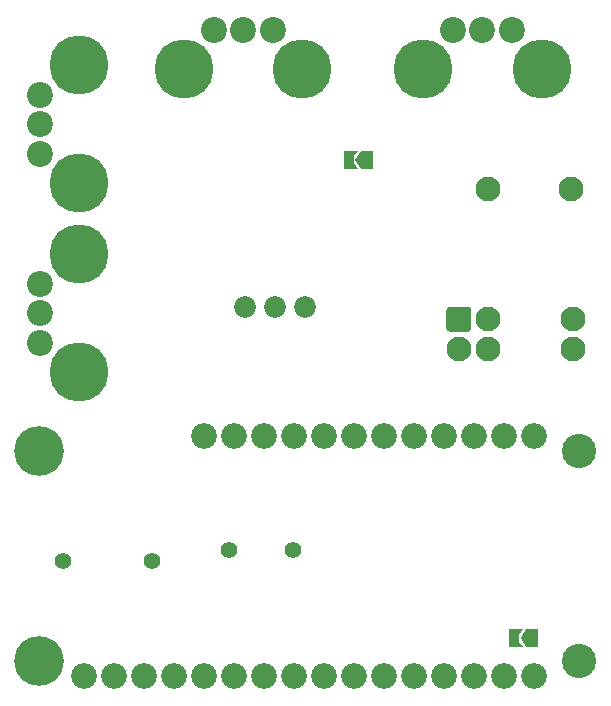
<source format=gbs>
G04 #@! TF.GenerationSoftware,KiCad,Pcbnew,(2018-02-15 revision 29b28de31)-makepkg*
G04 #@! TF.CreationDate,2019-12-21T00:19:12+11:00*
G04 #@! TF.ProjectId,Tph_Synth_Featherwing,5470685F53796E74685F466561746865,rev?*
G04 #@! TF.SameCoordinates,Original*
G04 #@! TF.FileFunction,Soldermask,Bot*
G04 #@! TF.FilePolarity,Negative*
%FSLAX46Y46*%
G04 Gerber Fmt 4.6, Leading zero omitted, Abs format (unit mm)*
G04 Created by KiCad (PCBNEW (2018-02-15 revision 29b28de31)-makepkg) date 12/21/19 00:19:12*
%MOMM*%
%LPD*%
G01*
G04 APERTURE LIST*
%ADD10C,0.700000*%
%ADD11C,0.100000*%
%ADD12C,2.100000*%
%ADD13C,1.840000*%
%ADD14C,5.000000*%
%ADD15C,2.200000*%
%ADD16C,1.400000*%
%ADD17C,2.178000*%
%ADD18C,4.210000*%
%ADD19C,2.899360*%
G04 APERTURE END LIST*
D10*
X115775000Y-91500000D03*
D11*
G36*
X115275000Y-90750000D02*
X116425000Y-90750000D01*
X116125000Y-91200000D01*
X116125000Y-91800000D01*
X116425000Y-92250000D01*
X115275000Y-92250000D01*
X115275000Y-90750000D01*
X115275000Y-90750000D01*
G37*
D10*
X117225000Y-91500000D03*
D11*
G36*
X116225000Y-91500000D02*
X116725000Y-90750000D01*
X117725000Y-90750000D01*
X117725000Y-92250000D01*
X116725000Y-92250000D01*
X116225000Y-91500000D01*
X116225000Y-91500000D01*
G37*
D12*
X134500000Y-94000000D03*
X127500000Y-94000000D03*
D11*
G36*
X125771447Y-103951487D02*
X125801425Y-103955934D01*
X125830824Y-103963298D01*
X125859358Y-103973508D01*
X125886755Y-103986465D01*
X125912750Y-104002046D01*
X125937092Y-104020100D01*
X125959548Y-104040452D01*
X125979900Y-104062908D01*
X125997954Y-104087250D01*
X126013535Y-104113245D01*
X126026492Y-104140642D01*
X126036702Y-104169176D01*
X126044066Y-104198575D01*
X126048513Y-104228553D01*
X126050000Y-104258823D01*
X126050000Y-105741177D01*
X126048513Y-105771447D01*
X126044066Y-105801425D01*
X126036702Y-105830824D01*
X126026492Y-105859358D01*
X126013535Y-105886755D01*
X125997954Y-105912750D01*
X125979900Y-105937092D01*
X125959548Y-105959548D01*
X125937092Y-105979900D01*
X125912750Y-105997954D01*
X125886755Y-106013535D01*
X125859358Y-106026492D01*
X125830824Y-106036702D01*
X125801425Y-106044066D01*
X125771447Y-106048513D01*
X125741177Y-106050000D01*
X124258823Y-106050000D01*
X124228553Y-106048513D01*
X124198575Y-106044066D01*
X124169176Y-106036702D01*
X124140642Y-106026492D01*
X124113245Y-106013535D01*
X124087250Y-105997954D01*
X124062908Y-105979900D01*
X124040452Y-105959548D01*
X124020100Y-105937092D01*
X124002046Y-105912750D01*
X123986465Y-105886755D01*
X123973508Y-105859358D01*
X123963298Y-105830824D01*
X123955934Y-105801425D01*
X123951487Y-105771447D01*
X123950000Y-105741177D01*
X123950000Y-104258823D01*
X123951487Y-104228553D01*
X123955934Y-104198575D01*
X123963298Y-104169176D01*
X123973508Y-104140642D01*
X123986465Y-104113245D01*
X124002046Y-104087250D01*
X124020100Y-104062908D01*
X124040452Y-104040452D01*
X124062908Y-104020100D01*
X124087250Y-104002046D01*
X124113245Y-103986465D01*
X124140642Y-103973508D01*
X124169176Y-103963298D01*
X124198575Y-103955934D01*
X124228553Y-103951487D01*
X124258823Y-103950000D01*
X125741177Y-103950000D01*
X125771447Y-103951487D01*
X125771447Y-103951487D01*
G37*
D12*
X125000000Y-105000000D03*
X125000000Y-107500000D03*
X127500000Y-105000000D03*
X127500000Y-107500000D03*
X134680000Y-105000000D03*
X134680000Y-107500000D03*
D10*
X129775000Y-132000000D03*
D11*
G36*
X129275000Y-131250000D02*
X130425000Y-131250000D01*
X130125000Y-131700000D01*
X130125000Y-132300000D01*
X130425000Y-132750000D01*
X129275000Y-132750000D01*
X129275000Y-131250000D01*
X129275000Y-131250000D01*
G37*
D10*
X131225000Y-132000000D03*
D11*
G36*
X130225000Y-132000000D02*
X130725000Y-131250000D01*
X131725000Y-131250000D01*
X131725000Y-132750000D01*
X130725000Y-132750000D01*
X130225000Y-132000000D01*
X130225000Y-132000000D01*
G37*
D13*
X112000000Y-104000000D03*
X109460000Y-104000000D03*
X106920000Y-104000000D03*
D14*
X132000000Y-83800000D03*
X122000000Y-83800000D03*
D15*
X129500000Y-80500000D03*
X127000000Y-80500000D03*
X124500000Y-80500000D03*
X89500000Y-91000000D03*
X89500000Y-88500000D03*
X89500000Y-86000000D03*
D14*
X92800000Y-93500000D03*
X92800000Y-83500000D03*
X111750000Y-83800000D03*
X101750000Y-83800000D03*
D15*
X109250000Y-80500000D03*
X106750000Y-80500000D03*
X104250000Y-80500000D03*
X89500000Y-107000000D03*
X89500000Y-104500000D03*
X89500000Y-102000000D03*
D14*
X92800000Y-109500000D03*
X92800000Y-99500000D03*
D16*
X105500000Y-124500000D03*
X111000000Y-124500000D03*
X91500000Y-125500000D03*
X99000000Y-125500000D03*
D17*
X93300000Y-135230000D03*
X95840000Y-135230000D03*
X98380000Y-135230000D03*
X100920000Y-135230000D03*
X103460000Y-135230000D03*
X106000000Y-135230000D03*
X108540000Y-135230000D03*
X111080000Y-135230000D03*
X113620000Y-135230000D03*
X116160000Y-135230000D03*
X118700000Y-135230000D03*
X121240000Y-135230000D03*
X123780000Y-135230000D03*
X126320000Y-135230000D03*
X128860000Y-135230000D03*
X131400000Y-135230000D03*
X131400000Y-114910000D03*
X128860000Y-114910000D03*
X126320000Y-114910000D03*
X123780000Y-114910000D03*
X121240000Y-114910000D03*
X118700000Y-114910000D03*
X116160000Y-114910000D03*
X113620000Y-114910000D03*
X111080000Y-114910000D03*
X108540000Y-114910000D03*
X106000000Y-114910000D03*
X103460000Y-114910000D03*
D18*
X89490000Y-116180000D03*
X89490000Y-133960000D03*
D19*
X135210000Y-116180000D03*
X135210000Y-133960000D03*
M02*

</source>
